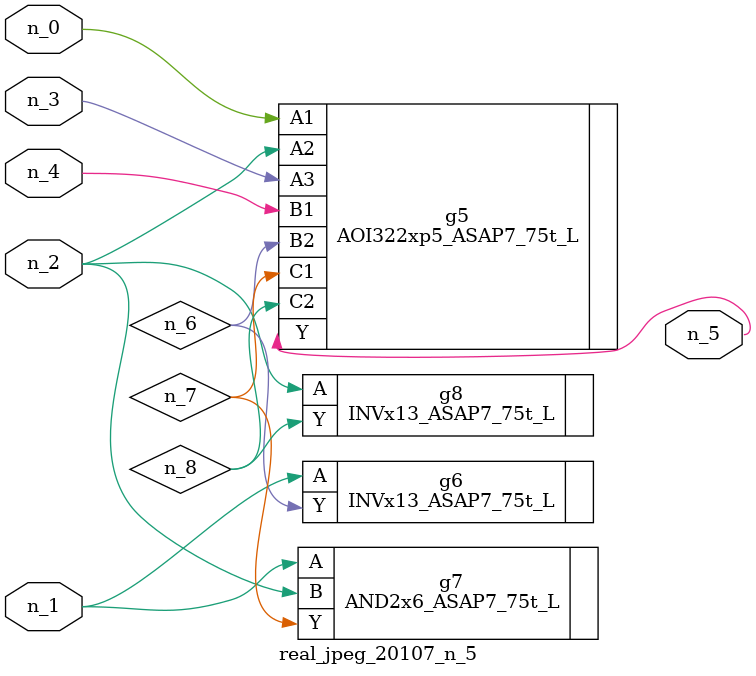
<source format=v>
module real_jpeg_20107_n_5 (n_4, n_0, n_1, n_2, n_3, n_5);

input n_4;
input n_0;
input n_1;
input n_2;
input n_3;

output n_5;

wire n_8;
wire n_6;
wire n_7;

AOI322xp5_ASAP7_75t_L g5 ( 
.A1(n_0),
.A2(n_2),
.A3(n_3),
.B1(n_4),
.B2(n_6),
.C1(n_7),
.C2(n_8),
.Y(n_5)
);

INVx13_ASAP7_75t_L g6 ( 
.A(n_1),
.Y(n_6)
);

AND2x6_ASAP7_75t_L g7 ( 
.A(n_1),
.B(n_2),
.Y(n_7)
);

INVx13_ASAP7_75t_L g8 ( 
.A(n_2),
.Y(n_8)
);


endmodule
</source>
